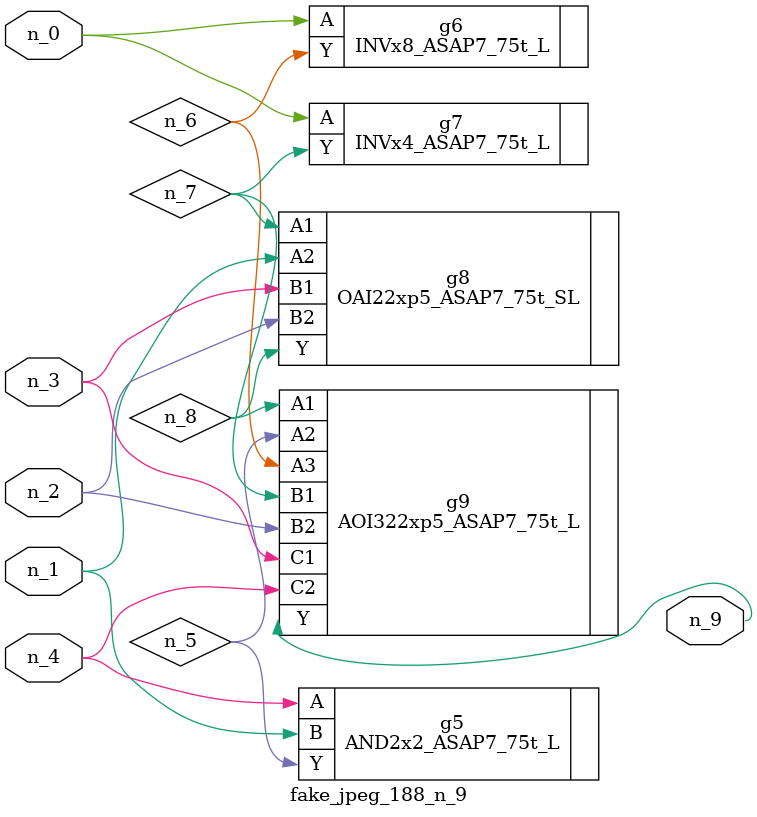
<source format=v>
module fake_jpeg_188_n_9 (n_3, n_2, n_1, n_0, n_4, n_9);

input n_3;
input n_2;
input n_1;
input n_0;
input n_4;

output n_9;

wire n_8;
wire n_6;
wire n_5;
wire n_7;

AND2x2_ASAP7_75t_L g5 ( 
.A(n_4),
.B(n_1),
.Y(n_5)
);

INVx8_ASAP7_75t_L g6 ( 
.A(n_0),
.Y(n_6)
);

INVx4_ASAP7_75t_L g7 ( 
.A(n_0),
.Y(n_7)
);

OAI22xp5_ASAP7_75t_SL g8 ( 
.A1(n_7),
.A2(n_1),
.B1(n_3),
.B2(n_2),
.Y(n_8)
);

AOI322xp5_ASAP7_75t_L g9 ( 
.A1(n_8),
.A2(n_5),
.A3(n_6),
.B1(n_7),
.B2(n_2),
.C1(n_3),
.C2(n_4),
.Y(n_9)
);


endmodule
</source>
